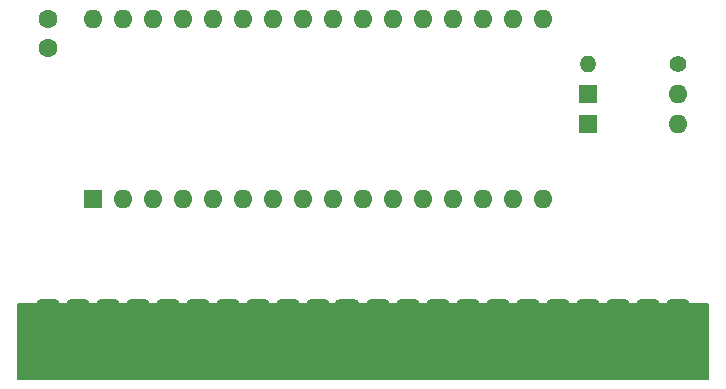
<source format=gbr>
%TF.GenerationSoftware,KiCad,Pcbnew,7.0.10*%
%TF.CreationDate,2024-01-06T19:25:07+00:00*%
%TF.ProjectId,v1a,7631612e-6b69-4636-9164-5f7063625858,rev?*%
%TF.SameCoordinates,Original*%
%TF.FileFunction,Soldermask,Bot*%
%TF.FilePolarity,Negative*%
%FSLAX46Y46*%
G04 Gerber Fmt 4.6, Leading zero omitted, Abs format (unit mm)*
G04 Created by KiCad (PCBNEW 7.0.10) date 2024-01-06 19:25:07*
%MOMM*%
%LPD*%
G01*
G04 APERTURE LIST*
G04 Aperture macros list*
%AMRoundRect*
0 Rectangle with rounded corners*
0 $1 Rounding radius*
0 $2 $3 $4 $5 $6 $7 $8 $9 X,Y pos of 4 corners*
0 Add a 4 corners polygon primitive as box body*
4,1,4,$2,$3,$4,$5,$6,$7,$8,$9,$2,$3,0*
0 Add four circle primitives for the rounded corners*
1,1,$1+$1,$2,$3*
1,1,$1+$1,$4,$5*
1,1,$1+$1,$6,$7*
1,1,$1+$1,$8,$9*
0 Add four rect primitives between the rounded corners*
20,1,$1+$1,$2,$3,$4,$5,0*
20,1,$1+$1,$4,$5,$6,$7,0*
20,1,$1+$1,$6,$7,$8,$9,0*
20,1,$1+$1,$8,$9,$2,$3,0*%
G04 Aperture macros list end*
%ADD10C,0.150000*%
%ADD11R,1.600000X1.600000*%
%ADD12O,1.600000X1.600000*%
%ADD13C,1.600000*%
%ADD14RoundRect,0.508000X-0.508000X-2.464500X0.508000X-2.464500X0.508000X2.464500X-0.508000X2.464500X0*%
%ADD15RoundRect,0.508000X-0.508000X-2.468000X0.508000X-2.468000X0.508000X2.468000X-0.508000X2.468000X0*%
%ADD16RoundRect,0.539750X-0.539750X-2.436250X0.539750X-2.436250X0.539750X2.436250X-0.539750X2.436250X0*%
%ADD17C,1.400000*%
%ADD18O,1.400000X1.400000*%
G04 APERTURE END LIST*
D10*
X40640000Y-88900000D02*
X99060000Y-88900000D01*
X99060000Y-95250000D01*
X40640000Y-95250000D01*
X40640000Y-88900000D01*
G36*
X40640000Y-88900000D02*
G01*
X99060000Y-88900000D01*
X99060000Y-95250000D01*
X40640000Y-95250000D01*
X40640000Y-88900000D01*
G37*
D11*
%TO.C,D1*%
X88874600Y-73660000D03*
D12*
X96494600Y-73660000D03*
%TD*%
D13*
%TO.C,C1*%
X43180000Y-67270000D03*
X43180000Y-64770000D03*
%TD*%
D11*
%TO.C,U1*%
X46990000Y-80010000D03*
D12*
X49530000Y-80010000D03*
X52070000Y-80010000D03*
X54610000Y-80010000D03*
X57150000Y-80010000D03*
X59690000Y-80010000D03*
X62230000Y-80010000D03*
X64770000Y-80010000D03*
X67310000Y-80010000D03*
X69850000Y-80010000D03*
X72390000Y-80010000D03*
X74930000Y-80010000D03*
X77470000Y-80010000D03*
X80010000Y-80010000D03*
X82550000Y-80010000D03*
X85090000Y-80010000D03*
X85090000Y-64770000D03*
X82550000Y-64770000D03*
X80010000Y-64770000D03*
X77470000Y-64770000D03*
X74930000Y-64770000D03*
X72390000Y-64770000D03*
X69850000Y-64770000D03*
X67310000Y-64770000D03*
X64770000Y-64770000D03*
X62230000Y-64770000D03*
X59690000Y-64770000D03*
X57150000Y-64770000D03*
X54610000Y-64770000D03*
X52070000Y-64770000D03*
X49530000Y-64770000D03*
X46990000Y-64770000D03*
%TD*%
D11*
%TO.C,D2*%
X88874600Y-71120000D03*
D12*
X96494600Y-71120000D03*
%TD*%
D14*
%TO.C,J1*%
X43180000Y-91440000D03*
X45720000Y-91440000D03*
X48260000Y-91440000D03*
X50800000Y-91440000D03*
X53340000Y-91440000D03*
D15*
X55880000Y-91443500D03*
D14*
X58420000Y-91440000D03*
X60960000Y-91440000D03*
X63500000Y-91440000D03*
X66040000Y-91440000D03*
D16*
X68516500Y-91443500D03*
D14*
X71120000Y-91440000D03*
X73660000Y-91440000D03*
X76200000Y-91440000D03*
X78740000Y-91440000D03*
X81280000Y-91440000D03*
D15*
X83820000Y-91443500D03*
D14*
X86360000Y-91440000D03*
X88900000Y-91440000D03*
X91440000Y-91440000D03*
D15*
X93980000Y-91443500D03*
D14*
X96520000Y-91440000D03*
%TD*%
D17*
%TO.C,R1*%
X96520000Y-68580000D03*
D18*
X88900000Y-68580000D03*
%TD*%
M02*

</source>
